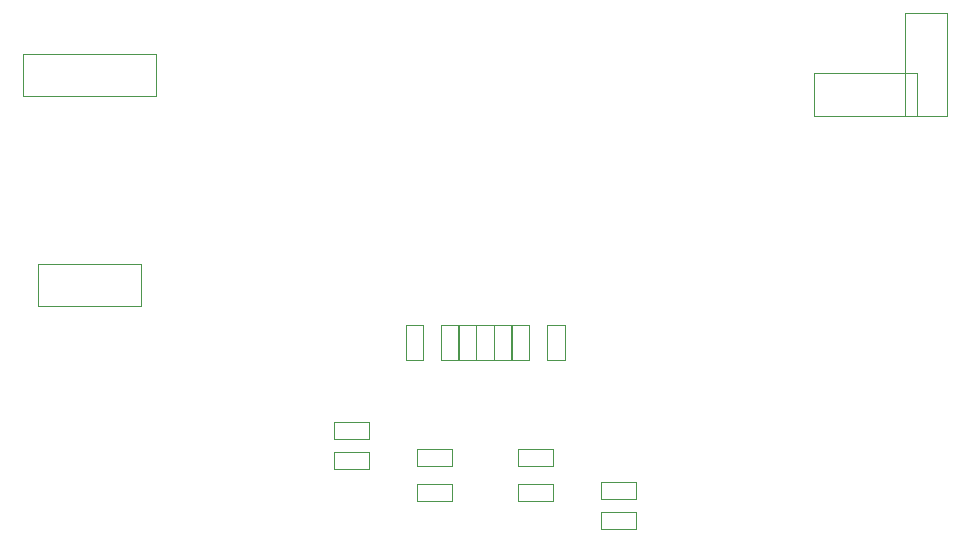
<source format=gbr>
%TF.GenerationSoftware,KiCad,Pcbnew,7.0.2-6a45011f42~172~ubuntu22.04.1*%
%TF.CreationDate,2023-05-30T13:10:43+12:00*%
%TF.ProjectId,THE_BRAWN-20A_LOGIC_FIXTURE,5448455f-4252-4415-974e-2d3230415f4c,v1.0*%
%TF.SameCoordinates,Original*%
%TF.FileFunction,Other,User*%
%FSLAX46Y46*%
G04 Gerber Fmt 4.6, Leading zero omitted, Abs format (unit mm)*
G04 Created by KiCad (PCBNEW 7.0.2-6a45011f42~172~ubuntu22.04.1) date 2023-05-30 13:10:43*
%MOMM*%
%LPD*%
G01*
G04 APERTURE LIST*
%ADD10C,0.050000*%
G04 APERTURE END LIST*
D10*
%TO.C,R8*%
X219270000Y-130280000D02*
X220730000Y-130280000D01*
X220730000Y-130280000D02*
X220730000Y-127320000D01*
X219270000Y-127320000D02*
X219270000Y-130280000D01*
X220730000Y-127320000D02*
X219270000Y-127320000D01*
%TO.C,R3*%
X217770000Y-130280000D02*
X219230000Y-130280000D01*
X219230000Y-130280000D02*
X219230000Y-127320000D01*
X217770000Y-127320000D02*
X217770000Y-130280000D01*
X219230000Y-127320000D02*
X217770000Y-127320000D01*
%TO.C,J3*%
X180910000Y-107910000D02*
X180910000Y-104310000D01*
X192110000Y-107910000D02*
X180910000Y-107910000D01*
X180910000Y-104310000D02*
X192110000Y-104310000D01*
X192110000Y-104310000D02*
X192110000Y-107910000D01*
%TO.C,R14*%
X229820000Y-140550000D02*
X229820000Y-142010000D01*
X229820000Y-142010000D02*
X232780000Y-142010000D01*
X232780000Y-140550000D02*
X229820000Y-140550000D01*
X232780000Y-142010000D02*
X232780000Y-140550000D01*
%TO.C,R1*%
X207220000Y-135470000D02*
X207220000Y-136930000D01*
X207220000Y-136930000D02*
X210180000Y-136930000D01*
X210180000Y-135470000D02*
X207220000Y-135470000D01*
X210180000Y-136930000D02*
X210180000Y-135470000D01*
%TO.C,R10*%
X225270000Y-130280000D02*
X226730000Y-130280000D01*
X226730000Y-130280000D02*
X226730000Y-127320000D01*
X225270000Y-127320000D02*
X225270000Y-130280000D01*
X226730000Y-127320000D02*
X225270000Y-127320000D01*
%TO.C,J2*%
X247870000Y-109569500D02*
X247870000Y-105969500D01*
X256570000Y-109569500D02*
X247870000Y-109569500D01*
X247870000Y-105969500D02*
X256570000Y-105969500D01*
X256570000Y-105969500D02*
X256570000Y-109569500D01*
%TO.C,R11*%
X220770000Y-130280000D02*
X222230000Y-130280000D01*
X222230000Y-130280000D02*
X222230000Y-127320000D01*
X220770000Y-127320000D02*
X220770000Y-130280000D01*
X222230000Y-127320000D02*
X220770000Y-127320000D01*
%TO.C,R4*%
X213270000Y-130280000D02*
X214730000Y-130280000D01*
X214730000Y-130280000D02*
X214730000Y-127320000D01*
X213270000Y-127320000D02*
X213270000Y-130280000D01*
X214730000Y-127320000D02*
X213270000Y-127320000D01*
%TO.C,R15*%
X229820000Y-143090000D02*
X229820000Y-144550000D01*
X229820000Y-144550000D02*
X232780000Y-144550000D01*
X232780000Y-143090000D02*
X229820000Y-143090000D01*
X232780000Y-144550000D02*
X232780000Y-143090000D01*
%TO.C,R7*%
X216270000Y-130280000D02*
X217730000Y-130280000D01*
X217730000Y-130280000D02*
X217730000Y-127320000D01*
X216270000Y-127320000D02*
X216270000Y-130280000D01*
X217730000Y-127320000D02*
X216270000Y-127320000D01*
%TO.C,J1*%
X259110000Y-109589500D02*
X255510000Y-109589500D01*
X259110000Y-100889500D02*
X259110000Y-109589500D01*
X255510000Y-109589500D02*
X255510000Y-100889500D01*
X255510000Y-100889500D02*
X259110000Y-100889500D01*
%TO.C,R9*%
X222270000Y-130280000D02*
X223730000Y-130280000D01*
X223730000Y-130280000D02*
X223730000Y-127320000D01*
X222270000Y-127320000D02*
X222270000Y-130280000D01*
X223730000Y-127320000D02*
X222270000Y-127320000D01*
%TO.C,R2*%
X207220000Y-138010000D02*
X207220000Y-139470000D01*
X207220000Y-139470000D02*
X210180000Y-139470000D01*
X210180000Y-138010000D02*
X207220000Y-138010000D01*
X210180000Y-139470000D02*
X210180000Y-138010000D01*
%TO.C,R12*%
X222770000Y-137770000D02*
X222770000Y-139230000D01*
X222770000Y-139230000D02*
X225730000Y-139230000D01*
X225730000Y-137770000D02*
X222770000Y-137770000D01*
X225730000Y-139230000D02*
X225730000Y-137770000D01*
%TO.C,J4*%
X182140000Y-125690000D02*
X182140000Y-122090000D01*
X190840000Y-125690000D02*
X182140000Y-125690000D01*
X182140000Y-122090000D02*
X190840000Y-122090000D01*
X190840000Y-122090000D02*
X190840000Y-125690000D01*
%TO.C,R5*%
X214220000Y-137770000D02*
X214220000Y-139230000D01*
X214220000Y-139230000D02*
X217180000Y-139230000D01*
X217180000Y-137770000D02*
X214220000Y-137770000D01*
X217180000Y-139230000D02*
X217180000Y-137770000D01*
%TO.C,R13*%
X222770000Y-140770000D02*
X222770000Y-142230000D01*
X222770000Y-142230000D02*
X225730000Y-142230000D01*
X225730000Y-140770000D02*
X222770000Y-140770000D01*
X225730000Y-142230000D02*
X225730000Y-140770000D01*
%TO.C,R6*%
X214220000Y-140770000D02*
X214220000Y-142230000D01*
X214220000Y-142230000D02*
X217180000Y-142230000D01*
X217180000Y-140770000D02*
X214220000Y-140770000D01*
X217180000Y-142230000D02*
X217180000Y-140770000D01*
%TD*%
M02*

</source>
